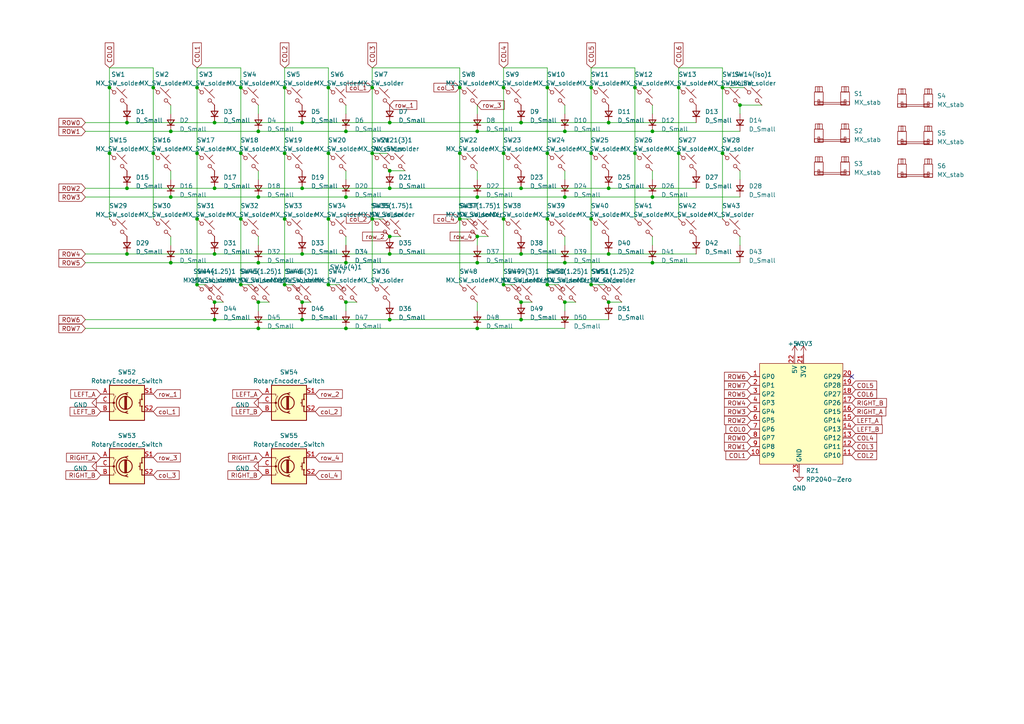
<source format=kicad_sch>
(kicad_sch (version 20230121) (generator eeschema)
  (paper "A4")
  (junction (at 49.53 38.1))
  (junction (at 184.15 44.45))
  (junction (at 62.23 92.71))
  (junction (at 82.55 25.4))
  (junction (at 44.45 44.45))
  (junction (at 74.93 57.15))
  (junction (at 138.43 76.2))
  (junction (at 107.95 25.4))
  (junction (at 87.63 54.61))
  (junction (at 95.25 63.5))
  (junction (at 113.03 68.58))
  (junction (at 163.83 87.63))
  (junction (at 62.23 73.66))
  (junction (at 163.83 57.15))
  (junction (at 100.33 76.2))
  (junction (at 146.05 82.55))
  (junction (at 151.13 87.63))
  (junction (at 87.63 87.63))
  (junction (at 100.33 87.63))
  (junction (at 69.85 63.5))
  (junction (at 44.45 25.4))
  (junction (at 176.53 54.61))
  (junction (at 74.93 76.2))
  (junction (at 57.15 82.55))
  (junction (at 158.75 25.4))
  (junction (at 113.03 35.56))
  (junction (at 82.55 44.45))
  (junction (at 189.23 57.15))
  (junction (at 151.13 73.66))
  (junction (at 189.23 76.2))
  (junction (at 209.55 25.4))
  (junction (at 31.75 44.45))
  (junction (at 171.45 82.55))
  (junction (at 138.43 57.15))
  (junction (at 69.85 44.45))
  (junction (at 163.83 38.1))
  (junction (at 57.15 25.4))
  (junction (at 74.93 87.63))
  (junction (at 176.53 35.56))
  (junction (at 107.95 63.5))
  (junction (at 95.25 44.45))
  (junction (at 57.15 63.5))
  (junction (at 100.33 95.25))
  (junction (at 138.43 95.25))
  (junction (at 100.33 38.1))
  (junction (at 146.05 63.5))
  (junction (at 31.75 25.4))
  (junction (at 69.85 25.4))
  (junction (at 158.75 82.55))
  (junction (at 113.03 54.61))
  (junction (at 62.23 54.61))
  (junction (at 49.53 57.15))
  (junction (at 176.53 73.66))
  (junction (at 151.13 35.56))
  (junction (at 133.35 63.5))
  (junction (at 62.23 35.56))
  (junction (at 151.13 54.61))
  (junction (at 133.35 44.45))
  (junction (at 62.23 87.63))
  (junction (at 95.25 25.4))
  (junction (at 171.45 25.4))
  (junction (at 146.05 25.4))
  (junction (at 196.85 44.45))
  (junction (at 87.63 73.66))
  (junction (at 36.83 73.66))
  (junction (at 74.93 38.1))
  (junction (at 158.75 44.45))
  (junction (at 209.55 44.45))
  (junction (at 196.85 25.4))
  (junction (at 133.35 25.4))
  (junction (at 171.45 63.5))
  (junction (at 57.15 44.45))
  (junction (at 189.23 38.1))
  (junction (at 184.15 25.4))
  (junction (at 82.55 63.5))
  (junction (at 87.63 35.56))
  (junction (at 87.63 92.71))
  (junction (at 158.75 63.5))
  (junction (at 146.05 44.45))
  (junction (at 138.43 38.1))
  (junction (at 151.13 92.71))
  (junction (at 100.33 57.15))
  (junction (at 107.95 44.45))
  (junction (at 69.85 82.55))
  (junction (at 113.03 73.66))
  (junction (at 176.53 87.63))
  (junction (at 113.03 49.53))
  (junction (at 36.83 35.56))
  (junction (at 113.03 92.71))
  (junction (at 138.43 68.58))
  (junction (at 74.93 95.25))
  (junction (at 214.63 30.48))
  (junction (at 171.45 44.45))
  (junction (at 36.83 54.61))
  (junction (at 95.25 82.55))
  (junction (at 163.83 76.2))
  (junction (at 49.53 76.2))
  (junction (at 82.55 82.55))
  (no_connect (at 247.015 109.22))
  (wire (pts (xy 171.45 19.685) (xy 171.45 25.4)))
  (wire (pts (xy 74.93 49.53) (xy 74.93 52.07)))
  (wire (pts (xy 214.63 30.48) (xy 214.63 33.02)))
  (wire (pts (xy 209.55 44.45) (xy 209.55 63.5)))
  (wire (pts (xy 138.43 87.63) (xy 138.43 90.17)))
  (wire (pts (xy 62.23 35.56) (xy 87.63 35.56)))
  (wire (pts (xy 163.83 87.63) (xy 163.83 90.17)))
  (wire (pts (xy 163.83 49.53) (xy 163.83 52.07)))
  (wire (pts (xy 57.15 44.45) (xy 57.15 63.5)))
  (wire (pts (xy 151.13 92.71) (xy 176.53 92.71)))
  (wire (pts (xy 57.15 19.685) (xy 69.85 19.685)))
  (wire (pts (xy 57.15 25.4) (xy 57.15 44.45)))
  (wire (pts (xy 209.55 25.4) (xy 209.55 44.45)))
  (wire (pts (xy 49.53 57.15) (xy 74.93 57.15)))
  (wire (pts (xy 87.63 54.61) (xy 113.03 54.61)))
  (wire (pts (xy 74.93 68.58) (xy 74.93 71.12)))
  (wire (pts (xy 74.93 38.1) (xy 100.33 38.1)))
  (wire (pts (xy 189.23 76.2) (xy 214.63 76.2)))
  (wire (pts (xy 95.25 19.685) (xy 95.25 25.4)))
  (wire (pts (xy 113.03 49.53) (xy 117.475 49.53)))
  (wire (pts (xy 138.43 30.48) (xy 138.43 33.02)))
  (wire (pts (xy 158.75 44.45) (xy 158.75 63.5)))
  (wire (pts (xy 138.43 49.53) (xy 138.43 52.07)))
  (wire (pts (xy 138.43 76.2) (xy 163.83 76.2)))
  (wire (pts (xy 107.95 19.685) (xy 133.35 19.685)))
  (wire (pts (xy 57.15 63.5) (xy 57.15 82.55)))
  (wire (pts (xy 24.765 54.61) (xy 36.83 54.61)))
  (wire (pts (xy 31.75 44.45) (xy 31.75 63.5)))
  (wire (pts (xy 151.13 73.66) (xy 176.53 73.66)))
  (wire (pts (xy 69.85 63.5) (xy 69.85 82.55)))
  (wire (pts (xy 171.45 63.5) (xy 171.45 82.55)))
  (wire (pts (xy 138.43 68.58) (xy 141.605 68.58)))
  (wire (pts (xy 138.43 95.25) (xy 163.83 95.25)))
  (wire (pts (xy 133.35 63.5) (xy 133.35 82.55)))
  (wire (pts (xy 31.75 19.685) (xy 31.75 25.4)))
  (wire (pts (xy 57.15 82.55) (xy 59.69 82.55)))
  (wire (pts (xy 69.85 19.685) (xy 69.85 25.4)))
  (wire (pts (xy 184.15 25.4) (xy 184.15 44.45)))
  (wire (pts (xy 138.43 57.15) (xy 163.83 57.15)))
  (wire (pts (xy 113.03 35.56) (xy 151.13 35.56)))
  (wire (pts (xy 69.85 44.45) (xy 69.85 63.5)))
  (wire (pts (xy 74.93 57.15) (xy 100.33 57.15)))
  (wire (pts (xy 107.95 44.45) (xy 107.95 63.5)))
  (wire (pts (xy 176.53 87.63) (xy 180.34 87.63)))
  (wire (pts (xy 133.35 25.4) (xy 133.35 44.45)))
  (wire (pts (xy 36.83 54.61) (xy 62.23 54.61)))
  (wire (pts (xy 158.75 82.55) (xy 161.925 82.55)))
  (wire (pts (xy 31.75 19.685) (xy 44.45 19.685)))
  (wire (pts (xy 163.83 68.58) (xy 163.83 71.12)))
  (wire (pts (xy 163.83 76.2) (xy 189.23 76.2)))
  (wire (pts (xy 209.55 25.4) (xy 215.9 25.4)))
  (wire (pts (xy 24.765 38.1) (xy 49.53 38.1)))
  (wire (pts (xy 107.95 19.685) (xy 107.95 25.4)))
  (wire (pts (xy 100.33 87.63) (xy 103.505 87.63)))
  (wire (pts (xy 82.55 19.685) (xy 95.25 19.685)))
  (wire (pts (xy 95.25 63.5) (xy 95.25 82.55)))
  (wire (pts (xy 49.53 38.1) (xy 74.93 38.1)))
  (wire (pts (xy 163.83 87.63) (xy 167.005 87.63)))
  (wire (pts (xy 176.53 54.61) (xy 201.93 54.61)))
  (wire (pts (xy 151.13 35.56) (xy 176.53 35.56)))
  (wire (pts (xy 189.23 49.53) (xy 189.23 52.07)))
  (wire (pts (xy 158.75 63.5) (xy 158.75 82.55)))
  (wire (pts (xy 100.33 87.63) (xy 100.33 90.17)))
  (wire (pts (xy 171.45 82.55) (xy 175.26 82.55)))
  (wire (pts (xy 146.05 19.685) (xy 146.05 25.4)))
  (wire (pts (xy 95.25 82.55) (xy 98.425 82.55)))
  (wire (pts (xy 82.55 82.55) (xy 85.09 82.55)))
  (wire (pts (xy 176.53 35.56) (xy 201.93 35.56)))
  (wire (pts (xy 214.63 68.58) (xy 214.63 71.12)))
  (wire (pts (xy 171.45 44.45) (xy 171.45 63.5)))
  (wire (pts (xy 44.45 25.4) (xy 44.45 44.45)))
  (wire (pts (xy 158.75 19.685) (xy 158.75 25.4)))
  (wire (pts (xy 62.23 87.63) (xy 64.77 87.63)))
  (wire (pts (xy 62.23 73.66) (xy 87.63 73.66)))
  (wire (pts (xy 24.765 95.25) (xy 74.93 95.25)))
  (wire (pts (xy 74.93 87.63) (xy 78.105 87.63)))
  (wire (pts (xy 31.75 25.4) (xy 31.75 44.45)))
  (wire (pts (xy 189.23 38.1) (xy 214.63 38.1)))
  (wire (pts (xy 87.63 92.71) (xy 113.03 92.71)))
  (wire (pts (xy 163.83 38.1) (xy 189.23 38.1)))
  (wire (pts (xy 107.95 63.5) (xy 111.125 63.5)))
  (wire (pts (xy 49.53 49.53) (xy 49.53 52.07)))
  (wire (pts (xy 100.33 68.58) (xy 100.33 71.12)))
  (wire (pts (xy 24.765 57.15) (xy 49.53 57.15)))
  (wire (pts (xy 171.45 25.4) (xy 171.45 44.45)))
  (wire (pts (xy 62.23 92.71) (xy 87.63 92.71)))
  (wire (pts (xy 158.75 25.4) (xy 158.75 44.45)))
  (wire (pts (xy 113.03 54.61) (xy 151.13 54.61)))
  (wire (pts (xy 146.05 63.5) (xy 146.05 82.55)))
  (wire (pts (xy 95.25 25.4) (xy 95.25 44.45)))
  (wire (pts (xy 95.25 44.45) (xy 95.25 63.5)))
  (wire (pts (xy 69.85 82.55) (xy 73.025 82.55)))
  (wire (pts (xy 151.13 54.61) (xy 176.53 54.61)))
  (wire (pts (xy 133.35 63.5) (xy 136.525 63.5)))
  (wire (pts (xy 138.43 68.58) (xy 138.43 71.12)))
  (wire (pts (xy 138.43 38.1) (xy 163.83 38.1)))
  (wire (pts (xy 189.23 30.48) (xy 189.23 33.02)))
  (wire (pts (xy 49.53 68.58) (xy 49.53 71.12)))
  (wire (pts (xy 62.23 54.61) (xy 87.63 54.61)))
  (wire (pts (xy 196.85 25.4) (xy 196.85 44.45)))
  (wire (pts (xy 196.85 44.45) (xy 196.85 63.5)))
  (wire (pts (xy 163.83 57.15) (xy 189.23 57.15)))
  (wire (pts (xy 113.03 68.58) (xy 116.205 68.58)))
  (wire (pts (xy 24.765 76.2) (xy 49.53 76.2)))
  (wire (pts (xy 36.83 35.56) (xy 62.23 35.56)))
  (wire (pts (xy 184.15 44.45) (xy 184.15 63.5)))
  (wire (pts (xy 176.53 73.66) (xy 201.93 73.66)))
  (wire (pts (xy 24.765 35.56) (xy 36.83 35.56)))
  (wire (pts (xy 57.15 19.685) (xy 57.15 25.4)))
  (wire (pts (xy 100.33 76.2) (xy 138.43 76.2)))
  (wire (pts (xy 82.55 44.45) (xy 82.55 63.5)))
  (wire (pts (xy 146.05 44.45) (xy 146.05 63.5)))
  (wire (pts (xy 36.83 73.66) (xy 62.23 73.66)))
  (wire (pts (xy 184.15 19.685) (xy 184.15 25.4)))
  (wire (pts (xy 107.95 44.45) (xy 112.395 44.45)))
  (wire (pts (xy 113.03 92.71) (xy 151.13 92.71)))
  (wire (pts (xy 74.93 76.2) (xy 100.33 76.2)))
  (wire (pts (xy 74.93 87.63) (xy 74.93 90.17)))
  (wire (pts (xy 107.95 63.5) (xy 107.95 82.55)))
  (wire (pts (xy 87.63 73.66) (xy 113.03 73.66)))
  (wire (pts (xy 133.35 44.45) (xy 133.35 63.5)))
  (wire (pts (xy 100.33 57.15) (xy 138.43 57.15)))
  (wire (pts (xy 107.95 25.4) (xy 107.95 44.45)))
  (wire (pts (xy 189.23 68.58) (xy 189.23 71.12)))
  (wire (pts (xy 82.55 63.5) (xy 82.55 82.55)))
  (wire (pts (xy 49.53 76.2) (xy 74.93 76.2)))
  (wire (pts (xy 146.05 82.55) (xy 149.225 82.55)))
  (wire (pts (xy 82.55 19.685) (xy 82.55 25.4)))
  (wire (pts (xy 196.85 19.685) (xy 209.55 19.685)))
  (wire (pts (xy 74.93 95.25) (xy 100.33 95.25)))
  (wire (pts (xy 196.85 19.685) (xy 196.85 25.4)))
  (wire (pts (xy 189.23 57.15) (xy 214.63 57.15)))
  (wire (pts (xy 87.63 87.63) (xy 90.17 87.63)))
  (wire (pts (xy 49.53 30.48) (xy 49.53 33.02)))
  (wire (pts (xy 163.83 30.48) (xy 163.83 33.02)))
  (wire (pts (xy 44.45 19.685) (xy 44.45 25.4)))
  (wire (pts (xy 151.13 87.63) (xy 154.305 87.63)))
  (wire (pts (xy 44.45 44.45) (xy 44.45 63.5)))
  (wire (pts (xy 100.33 95.25) (xy 138.43 95.25)))
  (wire (pts (xy 113.03 73.66) (xy 151.13 73.66)))
  (wire (pts (xy 214.63 49.53) (xy 214.63 52.07)))
  (wire (pts (xy 209.55 19.685) (xy 209.55 25.4)))
  (wire (pts (xy 24.765 92.71) (xy 62.23 92.71)))
  (wire (pts (xy 82.55 25.4) (xy 82.55 44.45)))
  (wire (pts (xy 69.85 25.4) (xy 69.85 44.45)))
  (wire (pts (xy 100.33 30.48) (xy 100.33 33.02)))
  (wire (pts (xy 214.63 30.48) (xy 220.98 30.48)))
  (wire (pts (xy 146.05 19.685) (xy 158.75 19.685)))
  (wire (pts (xy 100.33 49.53) (xy 100.33 52.07)))
  (wire (pts (xy 171.45 19.685) (xy 184.15 19.685)))
  (wire (pts (xy 100.33 38.1) (xy 138.43 38.1)))
  (wire (pts (xy 74.93 30.48) (xy 74.93 33.02)))
  (wire (pts (xy 146.05 25.4) (xy 146.05 44.45)))
  (wire (pts (xy 87.63 35.56) (xy 113.03 35.56)))
  (wire (pts (xy 24.765 73.66) (xy 36.83 73.66)))
  (wire (pts (xy 133.35 19.685) (xy 133.35 25.4)))
  (global_label "row_3" (shape input) (at 138.43 30.48 0) (property "Intersheetrefs" "${INTERSHEET_REFS}" (effects hide)))
  (global_label "ROW5" (shape input) (at 217.805 114.3 180) (property "Intersheetrefs" "${INTERSHEET_REFS}" (effects hide)))
  (global_label "COL6" (shape input) (at 196.85 19.685 90) (property "Intersheetrefs" "${INTERSHEET_REFS}" (effects hide)))
  (global_label "LEFT_A" (shape input) (at 247.015 121.92 0) (property "Intersheetrefs" "${INTERSHEET_REFS}" (effects hide)))
  (global_label "LEFT_B" (shape input) (at 29.21 119.38 180) (property "Intersheetrefs" "${INTERSHEET_REFS}" (effects hide)))
  (global_label "row_2" (shape input) (at 113.03 68.58 180) (property "Intersheetrefs" "${INTERSHEET_REFS}" (effects hide)))
  (global_label "ROW4" (shape input) (at 217.805 116.84 180) (property "Intersheetrefs" "${INTERSHEET_REFS}" (effects hide)))
  (global_label "COL0" (shape input) (at 31.75 19.685 90) (property "Intersheetrefs" "${INTERSHEET_REFS}" (effects hide)))
  (global_label "row_3" (shape input) (at 44.45 132.715 0) (property "Intersheetrefs" "${INTERSHEET_REFS}" (effects hide)))
  (global_label "col_4" (shape input) (at 91.44 137.795 0) (property "Intersheetrefs" "${INTERSHEET_REFS}" (effects hide)))
  (global_label "COL4" (shape input) (at 146.05 19.685 90) (property "Intersheetrefs" "${INTERSHEET_REFS}" (effects hide)))
  (global_label "COL0" (shape input) (at 217.805 124.46 180) (property "Intersheetrefs" "${INTERSHEET_REFS}" (effects hide)))
  (global_label "col_3" (shape input) (at 44.45 137.795 0) (property "Intersheetrefs" "${INTERSHEET_REFS}" (effects hide)))
  (global_label "col_2" (shape input) (at 107.95 63.5 180) (property "Intersheetrefs" "${INTERSHEET_REFS}" (effects hide)))
  (global_label "row_4" (shape input) (at 91.44 132.715 0) (property "Intersheetrefs" "${INTERSHEET_REFS}" (effects hide)))
  (global_label "ROW2" (shape input) (at 24.765 54.61 180) (property "Intersheetrefs" "${INTERSHEET_REFS}" (effects hide)))
  (global_label "ROW1" (shape input) (at 24.765 38.1 180) (property "Intersheetrefs" "${INTERSHEET_REFS}" (effects hide)))
  (global_label "ROW3" (shape input) (at 217.805 119.38 180) (property "Intersheetrefs" "${INTERSHEET_REFS}" (effects hide)))
  (global_label "ROW6" (shape input) (at 24.765 92.71 180) (property "Intersheetrefs" "${INTERSHEET_REFS}" (effects hide)))
  (global_label "ROW2" (shape input) (at 217.805 121.92 180) (property "Intersheetrefs" "${INTERSHEET_REFS}" (effects hide)))
  (global_label "col_3" (shape input) (at 133.35 25.4 180) (property "Intersheetrefs" "${INTERSHEET_REFS}" (effects hide)))
  (global_label "RIGHT_A" (shape input) (at 247.015 119.38 0) (property "Intersheetrefs" "${INTERSHEET_REFS}" (effects hide)))
  (global_label "RIGHT_A" (shape input) (at 29.21 132.715 180) (property "Intersheetrefs" "${INTERSHEET_REFS}" (effects hide)))
  (global_label "COL1" (shape input) (at 217.805 132.08 180) (property "Intersheetrefs" "${INTERSHEET_REFS}" (effects hide)))
  (global_label "LEFT_A" (shape input) (at 29.21 114.3 180) (property "Intersheetrefs" "${INTERSHEET_REFS}" (effects hide)))
  (global_label "LEFT_B" (shape input) (at 247.015 124.46 0) (property "Intersheetrefs" "${INTERSHEET_REFS}" (effects hide)))
  (global_label "col_4" (shape input) (at 133.35 63.5 180) (property "Intersheetrefs" "${INTERSHEET_REFS}" (effects hide)))
  (global_label "COL5" (shape input) (at 171.45 19.685 90) (property "Intersheetrefs" "${INTERSHEET_REFS}" (effects hide)))
  (global_label "row_1" (shape input) (at 113.03 30.48 0) (property "Intersheetrefs" "${INTERSHEET_REFS}" (effects hide)))
  (global_label "ROW0" (shape input) (at 24.765 35.56 180) (property "Intersheetrefs" "${INTERSHEET_REFS}" (effects hide)))
  (global_label "COL3" (shape input) (at 247.015 129.54 0) (property "Intersheetrefs" "${INTERSHEET_REFS}" (effects hide)))
  (global_label "col_1" (shape input) (at 107.95 25.4 180) (property "Intersheetrefs" "${INTERSHEET_REFS}" (effects hide)))
  (global_label "ROW0" (shape input) (at 217.805 127 180) (property "Intersheetrefs" "${INTERSHEET_REFS}" (effects hide)))
  (global_label "row_1" (shape input) (at 44.45 114.3 0) (property "Intersheetrefs" "${INTERSHEET_REFS}" (effects hide)))
  (global_label "ROW5" (shape input) (at 24.765 76.2 180) (property "Intersheetrefs" "${INTERSHEET_REFS}" (effects hide)))
  (global_label "COL2" (shape input) (at 247.015 132.08 0) (property "Intersheetrefs" "${INTERSHEET_REFS}" (effects hide)))
  (global_label "COL4" (shape input) (at 247.015 127 0) (property "Intersheetrefs" "${INTERSHEET_REFS}" (effects hide)))
  (global_label "ROW7" (shape input) (at 24.765 95.25 180) (property "Intersheetrefs" "${INTERSHEET_REFS}" (effects hide)))
  (global_label "COL6" (shape input) (at 247.015 114.3 0) (property "Intersheetrefs" "${INTERSHEET_REFS}" (effects hide)))
  (global_label "COL3" (shape input) (at 107.95 19.685 90) (property "Intersheetrefs" "${INTERSHEET_REFS}" (effects hide)))
  (global_label "COL1" (shape input) (at 57.15 19.685 90) (property "Intersheetrefs" "${INTERSHEET_REFS}" (effects hide)))
  (global_label "RIGHT_B" (shape input) (at 247.015 116.84 0) (property "Intersheetrefs" "${INTERSHEET_REFS}" (effects hide)))
  (global_label "COL2" (shape input) (at 82.55 19.685 90) (property "Intersheetrefs" "${INTERSHEET_REFS}" (effects hide)))
  (global_label "ROW7" (shape input) (at 217.805 111.76 180) (property "Intersheetrefs" "${INTERSHEET_REFS}" (effects hide)))
  (global_label "row_4" (shape input) (at 138.43 68.58 180) (property "Intersheetrefs" "${INTERSHEET_REFS}" (effects hide)))
  (global_label "LEFT_A" (shape input) (at 76.2 114.3 180) (property "Intersheetrefs" "${INTERSHEET_REFS}" (effects hide)))
  (global_label "col_1" (shape input) (at 44.45 119.38 0) (property "Intersheetrefs" "${INTERSHEET_REFS}" (effects hide)))
  (global_label "RIGHT_B" (shape input) (at 29.21 137.795 180) (property "Intersheetrefs" "${INTERSHEET_REFS}" (effects hide)))
  (global_label "ROW1" (shape input) (at 217.805 129.54 180) (property "Intersheetrefs" "${INTERSHEET_REFS}" (effects hide)))
  (global_label "row_2" (shape input) (at 91.44 114.3 0) (property "Intersheetrefs" "${INTERSHEET_REFS}" (effects hide)))
  (global_label "RIGHT_B" (shape input) (at 76.2 137.795 180) (property "Intersheetrefs" "${INTERSHEET_REFS}" (effects hide)))
  (global_label "RIGHT_A" (shape input) (at 76.2 132.715 180) (property "Intersheetrefs" "${INTERSHEET_REFS}" (effects hide)))
  (global_label "col_2" (shape input) (at 91.44 119.38 0) (property "Intersheetrefs" "${INTERSHEET_REFS}" (effects hide)))
  (global_label "ROW4" (shape input) (at 24.765 73.66 180) (property "Intersheetrefs" "${INTERSHEET_REFS}" (effects hide)))
  (global_label "COL5" (shape input) (at 247.015 111.76 0) (property "Intersheetrefs" "${INTERSHEET_REFS}" (effects hide)))
  (global_label "ROW3" (shape input) (at 24.765 57.15 180) (property "Intersheetrefs" "${INTERSHEET_REFS}" (effects hide)))
  (global_label "ROW6" (shape input) (at 217.805 109.22 180) (property "Intersheetrefs" "${INTERSHEET_REFS}" (effects hide)))
  (global_label "LEFT_B" (shape input) (at 76.2 119.38 180) (property "Intersheetrefs" "${INTERSHEET_REFS}" (effects hide)))
  (symbol (lib_id "marbastlib-mx:MX_SW_solder") (at 110.49 85.09 0) (unit 1)
    (property "Reference" "SW36" (at 110.49 78.74 0))
    (property "Value" "MX_SW_solder" (at 110.49 81.28 0))
    (property "Footprint" "marbastlib-mx:SW_MX_1.5u" (effects hide))
  )
  (symbol (lib_id "Device:D_Small") (at 138.43 73.66 90) (unit 1)
    (property "Reference" "D37" (at 140.97 73.025 90) (effects (justify right)))
    (property "Value" "D_Small" (at 140.97 75.565 90) (effects (justify right)))
    (property "Footprint" "Keebio-Parts:Diode-Hybrid-Back" (effects hide))
    (property "Sim.Device" "D" (effects hide))
    (property "Sim.Pins" "1=K 2=A" (effects hide))
  )
  (symbol (lib_id "Device:D_Small") (at 36.83 52.07 90) (unit 1)
    (property "Reference" "D15" (at 39.37 51.435 90) (effects (justify right)))
    (property "Value" "D_Small" (at 39.37 53.975 90) (effects (justify right)))
    (property "Footprint" "Keebio-Parts:Diode-Hybrid-Back" (effects hide))
    (property "Sim.Device" "D" (effects hide))
    (property "Sim.Pins" "1=K 2=A" (effects hide))
  )
  (symbol (lib_id "Device:D_Small") (at 100.33 73.66 90) (unit 1)
    (property "Reference" "D34" (at 102.87 73.025 90) (effects (justify right)))
    (property "Value" "D_Small" (at 102.87 75.565 90) (effects (justify right)))
    (property "Footprint" "Keebio-Parts:Diode-Hybrid-Back" (effects hide))
    (property "Sim.Device" "D" (effects hide))
    (property "Sim.Pins" "1=K 2=A" (effects hide))
  )
  (symbol (lib_id "marbastlib-mx:MX_SW_solder") (at 72.39 85.09 0) (unit 1)
    (property "Reference" "SW45" (at 72.39 78.74 0))
    (property "Value" "MX_SW_solder" (at 72.39 81.28 0))
    (property "Footprint" "marbastlib-mx:SW_MX_1.5u" (effects hide))
  )
  (symbol (lib_id "Device:RotaryEncoder_Switch") (at 36.83 116.84 0) (unit 1)
    (property "Reference" "SW52" (at 36.83 107.95 0))
    (property "Value" "RotaryEncoder_Switch" (at 36.83 110.49 0))
    (property "Footprint" "marbastlib-various:ROT_Alps_EC11E-Switch" (effects hide))
  )
  (symbol (lib_id "marbastlib-mx:MX_SW_solder") (at 85.09 85.09 0) (unit 1)
    (property "Reference" "SW46" (at 85.09 78.74 0))
    (property "Value" "MX_SW_solder" (at 85.09 81.28 0))
    (property "Footprint" "marbastlib-mx:SW_MX_1.5u" (effects hide))
  )
  (symbol (lib_id "marbastlib-mx:MX_SW_solder") (at 212.09 66.04 0) (unit 1)
    (property "Reference" "SW43" (at 212.09 59.69 0))
    (property "Value" "MX_SW_solder" (at 212.09 62.23 0))
    (property "Footprint" "marbastlib-mx:SW_MX_1.5u" (effects hide))
  )
  (symbol (lib_id "marbastlib-mx:MX_SW_solder") (at 161.29 66.04 0) (unit 1)
    (property "Reference" "SW39" (at 161.29 59.69 0))
    (property "Value" "MX_SW_solder" (at 161.29 62.23 0))
    (property "Footprint" "marbastlib-mx:SW_MX_1u" (effects hide))
  )
  (symbol (lib_id "marbastlib-mx:MX_SW_solder") (at 85.09 46.99 0) (unit 1)
    (property "Reference" "SW19" (at 85.09 40.64 0))
    (property "Value" "MX_SW_solder" (at 85.09 43.18 0))
    (property "Footprint" "marbastlib-mx:SW_MX_1u" (effects hide))
  )
  (symbol (lib_id "Switch:SW_Push_45deg") (at 100.965 85.09 0) (unit 1)
    (property "Reference" "SW44(4)1" (at 100.33 77.47 0))
    (property "Value" "SW_Push_45deg" (effects hide))
    (property "Footprint" "CherryMX:CherryMX_4.00u" (effects hide))
  )
  (symbol (lib_id "marbastlib-mx:MX_SW_solder") (at 135.89 85.09 0) (unit 1)
    (property "Reference" "SW48" (at 135.89 78.74 0))
    (property "Value" "MX_SW_solder" (at 135.89 81.28 0))
    (property "Footprint" "marbastlib-mx:SW_MX_1u" (effects hide))
  )
  (symbol (lib_id "Device:D_Small") (at 189.23 73.66 90) (unit 1)
    (property "Reference" "D41" (at 191.77 73.025 90) (effects (justify right)))
    (property "Value" "D_Small" (at 191.77 75.565 90) (effects (justify right)))
    (property "Footprint" "Keebio-Parts:Diode-Hybrid-Back" (effects hide))
    (property "Sim.Device" "D" (effects hide))
    (property "Sim.Pins" "1=K 2=A" (effects hide))
  )
  (symbol (lib_id "Device:D_Small") (at 201.93 33.02 90) (unit 1)
    (property "Reference" "D13" (at 204.47 32.385 90) (effects (justify right)))
    (property "Value" "D_Small" (at 204.47 34.925 90) (effects (justify right)))
    (property "Footprint" "Keebio-Parts:Diode-Hybrid-Back" (effects hide))
    (property "Sim.Device" "D" (effects hide))
    (property "Sim.Pins" "1=K 2=A" (effects hide))
  )
  (symbol (lib_id "Device:RotaryEncoder_Switch") (at 36.83 135.255 0) (unit 1)
    (property "Reference" "SW53" (at 36.83 126.365 0))
    (property "Value" "RotaryEncoder_Switch" (at 36.83 128.905 0))
    (property "Footprint" "marbastlib-various:ROT_Alps_EC11E-Switch" (effects hide))
  )
  (symbol (lib_id "marbastlib-mx:MX_SW_solder") (at 173.99 46.99 0) (unit 1)
    (property "Reference" "SW25" (at 173.99 40.64 0))
    (property "Value" "MX_SW_solder" (at 173.99 43.18 0))
    (property "Footprint" "marbastlib-mx:SW_MX_1u" (effects hide))
  )
  (symbol (lib_id "marbastlib-mx:MX_SW_solder") (at 199.39 66.04 0) (unit 1)
    (property "Reference" "SW42" (at 199.39 59.69 0))
    (property "Value" "MX_SW_solder" (at 199.39 62.23 0))
    (property "Footprint" "marbastlib-mx:SW_MX_1u" (effects hide))
  )
  (symbol (lib_id "marbastlib-mx:MX_SW_solder") (at 139.065 66.04 0) (unit 1)
    (property "Reference" "SW37(1.75)1" (at 139.065 59.69 0))
    (property "Value" "MX_SW_solder" (at 139.065 62.23 0))
    (property "Footprint" "marbastlib-mx:SW_MX_1.75u" (effects hide))
  )
  (symbol (lib_id "power:+3V3") (at 233.045 102.87 0) (unit 1)
    (property "Reference" "#PWR05" (effects hide))
    (property "Value" "+3V3" (at 233.045 99.695 0))
  )
  (symbol (lib_id "Device:D_Small") (at 113.03 90.17 90) (unit 1)
    (property "Reference" "D36" (at 115.57 89.535 90) (effects (justify right)))
    (property "Value" "D_Small" (at 115.57 92.075 90) (effects (justify right)))
    (property "Footprint" "Keebio-Parts:Diode-Hybrid-Back" (effects hide))
    (property "Sim.Device" "D" (effects hide))
    (property "Sim.Pins" "1=K 2=A" (effects hide))
  )
  (symbol (lib_id "marbastlib-mx:MX_SW_solder") (at 59.69 85.09 0) (unit 1)
    (property "Reference" "SW44" (at 59.69 78.74 0))
    (property "Value" "MX_SW_solder" (at 59.69 81.28 0))
    (property "Footprint" "marbastlib-mx:SW_MX_1u" (effects hide))
  )
  (symbol (lib_id "Device:D_Small") (at 151.13 90.17 90) (unit 1)
    (property "Reference" "D49" (at 153.67 89.535 90) (effects (justify right)))
    (property "Value" "D_Small" (at 153.67 92.075 90) (effects (justify right)))
    (property "Footprint" "Keebio-Parts:Diode-Hybrid-Back" (effects hide))
    (property "Sim.Device" "D" (effects hide))
    (property "Sim.Pins" "1=K 2=A" (effects hide))
  )
  (symbol (lib_id "Device:D_Small") (at 62.23 90.17 90) (unit 1)
    (property "Reference" "D44" (at 64.77 89.535 90) (effects (justify right)))
    (property "Value" "D_Small" (at 64.77 92.075 90) (effects (justify right)))
    (property "Footprint" "Keebio-Parts:Diode-Hybrid-Back" (effects hide))
    (property "Sim.Device" "D" (effects hide))
    (property "Sim.Pins" "1=K 2=A" (effects hide))
  )
  (symbol (lib_id "Device:D_Small") (at 74.93 92.71 90) (unit 1)
    (property "Reference" "D45" (at 77.47 92.075 90) (effects (justify right)))
    (property "Value" "D_Small" (at 77.47 94.615 90) (effects (justify right)))
    (property "Footprint" "Keebio-Parts:Diode-Hybrid-Back" (effects hide))
    (property "Sim.Device" "D" (effects hide))
    (property "Sim.Pins" "1=K 2=A" (effects hide))
  )
  (symbol (lib_id "marbastlib-mx:MX_SW_solder") (at 148.59 66.04 0) (unit 1)
    (property "Reference" "SW38" (at 148.59 59.69 0))
    (property "Value" "MX_SW_solder" (at 148.59 62.23 0))
    (property "Footprint" "marbastlib-mx:SW_MX_1u" (effects hide))
  )
  (symbol (lib_id "Device:D_Small") (at 49.53 54.61 90) (unit 1)
    (property "Reference" "D16" (at 52.07 53.975 90) (effects (justify right)))
    (property "Value" "D_Small" (at 52.07 56.515 90) (effects (justify right)))
    (property "Footprint" "Keebio-Parts:Diode-Hybrid-Back" (effects hide))
    (property "Sim.Device" "D" (effects hide))
    (property "Sim.Pins" "1=K 2=A" (effects hide))
  )
  (symbol (lib_id "power:GND") (at 76.2 116.84 270) (unit 1)
    (property "Reference" "#PWR06" (effects hide))
    (property "Value" "GND" (at 72.39 117.475 90) (effects (justify right)))
  )
  (symbol (lib_id "Device:D_Small") (at 87.63 71.12 90) (unit 1)
    (property "Reference" "D33" (at 90.17 70.485 90) (effects (justify right)))
    (property "Value" "D_Small" (at 90.17 73.025 90) (effects (justify right)))
    (property "Footprint" "Keebio-Parts:Diode-Hybrid-Back" (effects hide))
    (property "Sim.Device" "D" (effects hide))
    (property "Sim.Pins" "1=K 2=A" (effects hide))
  )
  (symbol (lib_id "marbastlib-mx:MX_SW_solder") (at 97.79 27.94 0) (unit 1)
    (property "Reference" "SW6" (at 97.79 21.59 0))
    (property "Value" "MX_SW_solder" (at 97.79 24.13 0))
    (property "Footprint" "marbastlib-mx:SW_MX_1u" (effects hide))
  )
  (symbol (lib_id "marbastlib-mx:MX_SW_solder") (at 148.59 27.94 0) (unit 1)
    (property "Reference" "SW9" (at 148.59 21.59 0))
    (property "Value" "MX_SW_solder" (at 148.59 24.13 0))
    (property "Footprint" "marbastlib-mx:SW_MX_1u" (effects hide))
  )
  (symbol (lib_id "Device:D_Small") (at 201.93 52.07 90) (unit 1)
    (property "Reference" "D27" (at 204.47 51.435 90) (effects (justify right)))
    (property "Value" "D_Small" (at 204.47 53.975 90) (effects (justify right)))
    (property "Footprint" "Keebio-Parts:Diode-Hybrid-Back" (effects hide))
    (property "Sim.Device" "D" (effects hide))
    (property "Sim.Pins" "1=K 2=A" (effects hide))
  )
  (symbol (lib_id "Device:D_Small") (at 151.13 52.07 90) (unit 1)
    (property "Reference" "D23" (at 153.67 51.435 90) (effects (justify right)))
    (property "Value" "D_Small" (at 153.67 53.975 90) (effects (justify right)))
    (property "Footprint" "Keebio-Parts:Diode-Hybrid-Back" (effects hide))
    (property "Sim.Device" "D" (effects hide))
    (property "Sim.Pins" "1=K 2=A" (effects hide))
  )
  (symbol (lib_id "Device:D_Small") (at 62.23 52.07 90) (unit 1)
    (property "Reference" "D17" (at 64.77 51.435 90) (effects (justify right)))
    (property "Value" "D_Small" (at 64.77 53.975 90) (effects (justify right)))
    (property "Footprint" "Keebio-Parts:Diode-Hybrid-Back" (effects hide))
    (property "Sim.Device" "D" (effects hide))
    (property "Sim.Pins" "1=K 2=A" (effects hide))
  )
  (symbol (lib_id "Device:D_Small") (at 214.63 35.56 90) (unit 1)
    (property "Reference" "D14" (at 217.17 34.925 90) (effects (justify right)))
    (property "Value" "D_Small" (at 217.17 37.465 90) (effects (justify right)))
    (property "Footprint" "Keebio-Parts:Diode-Hybrid-Back" (effects hide))
    (property "Sim.Device" "D" (effects hide))
    (property "Sim.Pins" "1=K 2=A" (effects hide))
  )
  (symbol (lib_id "Device:D_Small") (at 100.33 92.71 90) (unit 1)
    (property "Reference" "D47" (at 102.87 92.075 90) (effects (justify right)))
    (property "Value" "D_Small" (at 102.87 94.615 90) (effects (justify right)))
    (property "Footprint" "Keebio-Parts:Diode-Hybrid-Back" (effects hide))
    (property "Sim.Device" "D" (effects hide))
    (property "Sim.Pins" "1=K 2=A" (effects hide))
  )
  (symbol (lib_id "marbastlib-mx:MX_SW_solder") (at 164.465 85.09 0) (unit 1)
    (property "Reference" "SW50(1.25)1" (at 164.465 78.74 0))
    (property "Value" "MX_SW_solder" (at 164.465 81.28 0))
    (property "Footprint" "marbastlib-mx:SW_MX_1.25u" (effects hide))
  )
  (symbol (lib_id "marbastlib-mx:MX_SW_solder") (at 135.89 27.94 0) (unit 1)
    (property "Reference" "SW8" (at 135.89 21.59 0))
    (property "Value" "MX_SW_solder" (at 135.89 24.13 0))
    (property "Footprint" "marbastlib-mx:SW_MX_1.25u" (effects hide))
  )
  (symbol (lib_id "marbastlib-mx:MX_stab") (at 265.43 28.575 0) (unit 1)
    (property "Reference" "S4" (at 271.78 27.813 0) (effects (justify left)))
    (property "Value" "MX_stab" (at 271.78 30.353 0) (effects (justify left)))
    (property "Footprint" "marbastlib-mx:STAB_MX_3u" (effects hide))
  )
  (symbol (lib_id "Device:D_Small") (at 151.13 71.12 90) (unit 1)
    (property "Reference" "D38" (at 153.67 70.485 90) (effects (justify right)))
    (property "Value" "D_Small" (at 153.67 73.025 90) (effects (justify right)))
    (property "Footprint" "Keebio-Parts:Diode-Hybrid-Back" (effects hide))
    (property "Sim.Device" "D" (effects hide))
    (property "Sim.Pins" "1=K 2=A" (effects hide))
  )
  (symbol (lib_id "Device:D_Small") (at 87.63 33.02 90) (unit 1)
    (property "Reference" "D5" (at 90.17 32.385 90) (effects (justify right)))
    (property "Value" "D_Small" (at 90.17 34.925 90) (effects (justify right)))
    (property "Footprint" "Keebio-Parts:Diode-Hybrid-Back" (effects hide))
    (property "Sim.Device" "D" (effects hide))
    (property "Sim.Pins" "1=K 2=A" (effects hide))
  )
  (symbol (lib_id "marbastlib-mx:MX_SW_solder") (at 85.09 27.94 0) (unit 1)
    (property "Reference" "SW5" (at 85.09 21.59 0))
    (property "Value" "MX_SW_solder" (at 85.09 24.13 0))
    (property "Footprint" "marbastlib-mx:SW_MX_1u" (effects hide))
  )
  (symbol (lib_id "Device:D_Small") (at 214.63 54.61 90) (unit 1)
    (property "Reference" "D28" (at 217.17 53.975 90) (effects (justify right)))
    (property "Value" "D_Small" (at 217.17 56.515 90) (effects (justify right)))
    (property "Footprint" "Keebio-Parts:Diode-Hybrid-Back" (effects hide))
    (property "Sim.Device" "D" (effects hide))
    (property "Sim.Pins" "1=K 2=A" (effects hide))
  )
  (symbol (lib_id "Device:D_Small") (at 74.93 54.61 90) (unit 1)
    (property "Reference" "D18" (at 77.47 53.975 90) (effects (justify right)))
    (property "Value" "D_Small" (at 77.47 56.515 90) (effects (justify right)))
    (property "Footprint" "Keebio-Parts:Diode-Hybrid-Back" (effects hide))
    (property "Sim.Device" "D" (effects hide))
    (property "Sim.Pins" "1=K 2=A" (effects hide))
  )
  (symbol (lib_id "marbastlib-mx:MX_SW_solder") (at 173.99 27.94 0) (unit 1)
    (property "Reference" "SW11" (at 173.99 21.59 0))
    (property "Value" "MX_SW_solder" (at 173.99 24.13 0))
    (property "Footprint" "marbastlib-mx:SW_MX_1u" (effects hide))
  )
  (symbol (lib_id "marbastlib-mx:MX_SW_solder") (at 212.09 27.94 0) (unit 1)
    (property "Reference" "SW14" (at 212.09 21.59 0))
    (property "Value" "MX_SW_solder" (at 212.09 24.13 0))
    (property "Footprint" "marbastlib-mx:SW_MX_1.5u" (effects hide))
  )
  (symbol (lib_id "marbastlib-mx:MX_stab") (at 265.43 48.895 0) (unit 1)
    (property "Reference" "S6" (at 271.78 48.133 0) (effects (justify left)))
    (property "Value" "MX_stab" (at 271.78 50.673 0) (effects (justify left)))
    (property "Footprint" "marbastlib-mx:STAB_MX_ISO_FLIPPED" (effects hide))
  )
  (symbol (lib_id "Device:D_Small") (at 87.63 90.17 90) (unit 1)
    (property "Reference" "D46" (at 90.17 89.535 90) (effects (justify right)))
    (property "Value" "D_Small" (at 90.17 92.075 90) (effects (justify right)))
    (property "Footprint" "Keebio-Parts:Diode-Hybrid-Back" (effects hide))
    (property "Sim.Device" "D" (effects hide))
    (property "Sim.Pins" "1=K 2=A" (effects hide))
  )
  (symbol (lib_id "marbastlib-mx:MX_SW_solder") (at 186.69 66.04 0) (unit 1)
    (property "Reference" "SW41" (at 186.69 59.69 0))
    (property "Value" "MX_SW_solder" (at 186.69 62.23 0))
    (property "Footprint" "marbastlib-mx:SW_MX_1u" (effects hide))
  )
  (symbol (lib_id "marbastlib-mx:MX_SW_solder") (at 72.39 46.99 0) (unit 1)
    (property "Reference" "SW18" (at 72.39 40.64 0))
    (property "Value" "MX_SW_solder" (at 72.39 43.18 0))
    (property "Footprint" "marbastlib-mx:SW_MX_1u" (effects hide))
  )
  (symbol (lib_id "marbastlib-mx:MX_SW_solder") (at 75.565 85.09 0) (unit 1)
    (property "Reference" "SW45(1.25)1" (at 75.565 78.74 0))
    (property "Value" "MX_SW_solder" (at 75.565 81.28 0))
    (property "Footprint" "marbastlib-mx:SW_MX_1.25u" (effects hide))
  )
  (symbol (lib_id "marbastlib-mx:MX_SW_solder") (at 97.79 66.04 0) (unit 1)
    (property "Reference" "SW34" (at 97.79 59.69 0))
    (property "Value" "MX_SW_solder" (at 97.79 62.23 0))
    (property "Footprint" "marbastlib-mx:SW_MX_1u" (effects hide))
  )
  (symbol (lib_id "marbastlib-mx:MX_SW_solder") (at 148.59 85.09 0) (unit 1)
    (property "Reference" "SW49" (at 148.59 78.74 0))
    (property "Value" "MX_SW_solder" (at 148.59 81.28 0))
    (property "Footprint" "marbastlib-mx:SW_MX_1.5u" (effects hide))
  )
  (symbol (lib_id "Device:D_Small") (at 113.03 52.07 90) (unit 1)
    (property "Reference" "D21" (at 115.57 51.435 90) (effects (justify right)))
    (property "Value" "D_Small" (at 115.57 53.975 90) (effects (justify right)))
    (property "Footprint" "Keebio-Parts:Diode-Hybrid-Back" (effects hide))
    (property "Sim.Device" "D" (effects hide))
    (property "Sim.Pins" "1=K 2=A" (effects hide))
  )
  (symbol (lib_id "marbastlib-mx:MX_SW_solder") (at 34.29 66.04 0) (unit 1)
    (property "Reference" "SW29" (at 34.29 59.69 0))
    (property "Value" "MX_SW_solder" (at 34.29 62.23 0))
    (property "Footprint" "marbastlib-mx:SW_MX_1.5u" (effects hide))
  )
  (symbol (lib_id "marbastlib-mx:MX_SW_solder") (at 151.765 85.09 0) (unit 1)
    (property "Reference" "SW49(3)1" (at 151.765 78.74 0))
    (property "Value" "MX_SW_solder" (at 151.765 81.28 0))
    (property "Footprint" "marbastlib-mx:SW_MX_1u" (effects hide))
  )
  (symbol (lib_id "Device:D_Small") (at 189.23 54.61 90) (unit 1)
    (property "Reference" "D26" (at 191.77 53.975 90) (effects (justify right)))
    (property "Value" "D_Small" (at 191.77 56.515 90) (effects (justify right)))
    (property "Footprint" "Keebio-Parts:Diode-Hybrid-Back" (effects hide))
    (property "Sim.Device" "D" (effects hide))
    (property "Sim.Pins" "1=K 2=A" (effects hide))
  )
  (symbol (lib_id "marbastlib-mx:MX_SW_solder") (at 186.69 27.94 0) (unit 1)
    (property "Reference" "SW12" (at 186.69 21.59 0))
    (property "Value" "MX_SW_solder" (at 186.69 24.13 0))
    (property "Footprint" "marbastlib-mx:SW_MX_1u" (effects hide))
  )
  (symbol (lib_id "marbastlib-mx:MX_stab") (at 265.43 39.37 0) (unit 1)
    (property "Reference" "S5" (at 271.78 38.608 0) (effects (justify left)))
    (property "Value" "MX_stab" (at 271.78 41.148 0) (effects (justify left)))
    (property "Footprint" "marbastlib-mx:STAB_MX_3u" (effects hide))
  )
  (symbol (lib_id "power:GND") (at 76.2 135.255 270) (unit 1)
    (property "Reference" "#PWR07" (effects hide))
    (property "Value" "GND" (at 72.39 135.89 90) (effects (justify right)))
  )
  (symbol (lib_id "Device:RotaryEncoder_Switch") (at 83.82 116.84 0) (unit 1)
    (property "Reference" "SW54" (at 83.82 107.95 0))
    (property "Value" "RotaryEncoder_Switch" (at 83.82 110.49 0))
    (property "Footprint" "marbastlib-various:ROT_Alps_EC11E-Switch" (effects hide))
  )
  (symbol (lib_id "Device:D_Small") (at 138.43 92.71 90) (unit 1)
    (property "Reference" "D48" (at 140.97 92.075 90) (effects (justify right)))
    (property "Value" "D_Small" (at 140.97 94.615 90) (effects (justify right)))
    (property "Footprint" "Keebio-Parts:Diode-Hybrid-Back" (effects hide))
    (property "Sim.Device" "D" (effects hide))
    (property "Sim.Pins" "1=K 2=A" (effects hide))
  )
  (symbol (lib_id "Device:D_Small") (at 74.93 73.66 90) (unit 1)
    (property "Reference" "D32" (at 77.47 73.025 90) (effects (justify right)))
    (property "Value" "D_Small" (at 77.47 75.565 90) (effects (justify right)))
    (property "Footprint" "Keebio-Parts:Diode-Hybrid-Back" (effects hide))
    (property "Sim.Device" "D" (effects hide))
    (property "Sim.Pins" "1=K 2=A" (effects hide))
  )
  (symbol (lib_id "marbastlib-mx:MX_SW_solder") (at 113.665 66.04 0) (unit 1)
    (property "Reference" "SW35(1.75)1" (at 113.665 59.69 0))
    (property "Value" "MX_SW_solder" (at 113.665 62.23 0))
    (property "Footprint" "marbastlib-mx:SW_MX_1.75u" (effects hide))
  )
  (symbol (lib_id "Device:D_Small") (at 163.83 92.71 90) (unit 1)
    (property "Reference" "D50" (at 166.37 92.075 90) (effects (justify right)))
    (property "Value" "D_Small" (at 166.37 94.615 90) (effects (justify right)))
    (property "Footprint" "Keebio-Parts:Diode-Hybrid-Back" (effects hide))
    (property "Sim.Device" "D" (effects hide))
    (property "Sim.Pins" "1=K 2=A" (effects hide))
  )
  (symbol (lib_id "marbastlib-mx:MX_SW_solder") (at 46.99 46.99 0) (unit 1)
    (property "Reference" "SW16" (at 46.99 40.64 0))
    (property "Value" "MX_SW_solder" (at 46.99 43.18 0))
    (property "Footprint" "marbastlib-mx:SW_MX_1u" (effects hide))
  )
  (symbol (lib_id "Device:D_Small") (at 176.53 33.02 90) (unit 1)
    (property "Reference" "D11" (at 179.07 32.385 90) (effects (justify right)))
    (property "Value" "D_Small" (at 179.07 34.925 90) (effects (justify right)))
    (property "Footprint" "Keebio-Parts:Diode-Hybrid-Back" (effects hide))
    (property "Sim.Device" "D" (effects hide))
    (property "Sim.Pins" "1=K 2=A" (effects hide))
  )
  (symbol (lib_id "marbastlib-mx:MX_SW_solder") (at 110.49 66.04 0) (unit 1)
    (property "Reference" "SW35" (at 110.49 59.69 0))
    (property "Value" "MX_SW_solder" (at 110.49 62.23 0))
    (property "Footprint" "marbastlib-mx:SW_MX_1u" (effects hide))
  )
  (symbol (lib_id "marbastlib-mx:MX_SW_solder") (at 148.59 46.99 0) (unit 1)
    (property "Reference" "SW23" (at 148.59 40.64 0))
    (property "Value" "MX_SW_solder" (at 148.59 43.18 0))
    (property "Footprint" "marbastlib-mx:SW_MX_1u" (effects hide))
  )
  (symbol (lib_id "marbastlib-mx:MX_SW_solder") (at 173.99 66.04 0) (unit 1)
    (property "Reference" "SW40" (at 173.99 59.69 0))
    (property "Value" "MX_SW_solder" (at 173.99 62.23 0))
    (property "Footprint" "marbastlib-mx:SW_MX_1u" (effects hide))
  )
  (symbol (lib_id "Device:D_Small") (at 189.23 35.56 90) (unit 1)
    (property "Reference" "D12" (at 191.77 34.925 90) (effects (justify right)))
    (property "Value" "D_Small" (at 191.77 37.465 90) (effects (justify right)))
    (property "Footprint" "Keebio-Parts:Diode-Hybrid-Back" (effects hide))
    (property "Sim.Device" "D" (effects hide))
    (property "Sim.Pins" "1=K 2=A" (effects hide))
  )
  (symbol (lib_id "Device:D_Small") (at 36.83 71.12 90) (unit 1)
    (property "Reference" "D29" (at 39.37 70.485 90) (effects (justify right)))
    (property "Value" "D_Small" (at 39.37 73.025 90) (effects (justify right)))
    (property "Footprint" "Keebio-Parts:Diode-Hybrid-Back" (effects hide))
    (property "Sim.Device" "D" (effects hide))
    (property "Sim.Pins" "1=K 2=A" (effects hide))
  )
  (symbol (lib_id "Device:D_Small") (at 49.53 35.56 90) (unit 1)
    (property "Reference" "D2" (at 52.07 34.925 90) (effects (justify right)))
    (property "Value" "D_Small" (at 52.07 37.465 90) (effects (justify right)))
    (property "Footprint" "Keebio-Parts:Diode-Hybrid-Back" (effects hide))
    (property "Sim.Device" "D" (effects hide))
    (property "Sim.Pins" "1=K 2=A" (effects hide))
  )
  (symbol (lib_id "marbastlib-mx:MX_SW_solder") (at 161.29 85.09 0) (unit 1)
    (property "Reference" "SW50" (at 161.29 78.74 0))
    (property "Value" "MX_SW_solder" (at 161.29 81.28 0))
    (property "Footprint" "marbastlib-mx:SW_MX_1.5u" (effects hide))
  )
  (symbol (lib_id "marbastlib-mx:MX_SW_solder") (at 110.49 46.99 0) (unit 1)
    (property "Reference" "SW21" (at 110.49 40.64 0))
    (property "Value" "MX_SW_solder" (at 110.49 43.18 0))
    (property "Footprint" "marbastlib-mx:SW_MX_1.5u" (effects hide))
  )
  (symbol (lib_id "marbastlib-mx:MX_SW_solder") (at 161.29 27.94 0) (unit 1)
    (property "Reference" "SW10" (at 161.29 21.59 0))
    (property "Value" "MX_SW_solder" (at 161.29 24.13 0))
    (property "Footprint" "marbastlib-mx:SW_MX_1u" (effects hide))
  )
  (symbol (lib_id "Device:D_Small") (at 113.03 33.02 90) (unit 1)
    (property "Reference" "D7" (at 115.57 32.385 90) (effects (justify right)))
    (property "Value" "D_Small" (at 115.57 34.925 90) (effects (justify right)))
    (property "Footprint" "Keebio-Parts:Diode-Hybrid-Back" (effects hide))
    (property "Sim.Device" "D" (effects hide))
    (property "Sim.Pins" "1=K 2=A" (effects hide))
  )
  (symbol (lib_id "Device:D_Small") (at 62.23 33.02 90) (unit 1)
    (property "Reference" "D3" (at 64.77 32.385 90) (effects (justify right)))
    (property "Value" "D_Small" (at 64.77 34.925 90) (effects (justify right)))
    (property "Footprint" "Keebio-Parts:Diode-Hybrid-Back" (effects hide))
    (property "Sim.Device" "D" (effects hide))
    (property "Sim.Pins" "1=K 2=A" (effects hide))
  )
  (symbol (lib_id "Device:D_Small") (at 138.43 35.56 90) (unit 1)
    (property "Reference" "D8" (at 140.97 34.925 90) (effects (justify right)))
    (property "Value" "D_Small" (at 140.97 37.465 90) (effects (justify right)))
    (property "Footprint" "Keebio-Parts:Diode-Hybrid-Back" (effects hide))
    (property "Sim.Device" "D" (effects hide))
    (property "Sim.Pins" "1=K 2=A" (effects hide))
  )
  (symbol (lib_id "Device:D_Small") (at 176.53 52.07 90) (unit 1)
    (property "Reference" "D25" (at 179.07 51.435 90) (effects (justify right)))
    (property "Value" "D_Small" (at 179.07 53.975 90) (effects (justify right)))
    (property "Footprint" "Keebio-Parts:Diode-Hybrid-Back" (effects hide))
    (property "Sim.Device" "D" (effects hide))
    (property "Sim.Pins" "1=K 2=A" (effects hide))
  )
  (symbol (lib_id "Device:RotaryEncoder_Switch") (at 83.82 135.255 0) (unit 1)
    (property "Reference" "SW55" (at 83.82 126.365 0))
    (property "Value" "RotaryEncoder_Switch" (at 83.82 128.905 0))
    (property "Footprint" "marbastlib-various:ROT_Alps_EC11E-Switch" (effects hide))
  )
  (symbol (lib_id "marbastlib-mx:MX_SW_solder") (at 114.935 46.99 0) (unit 1)
    (property "Reference" "SW21(3)1" (at 114.935 40.64 0))
    (property "Value" "MX_SW_solder" (at 114.935 43.18 0))
    (property "Footprint" "marbastlib-mx:SW_MX_1u" (effects hide))
  )
  (symbol (lib_id "Device:D_Small") (at 176.53 90.17 90) (unit 1)
    (property "Reference" "D51" (at 179.07 89.535 90) (effects (justify right)))
    (property "Value" "D_Small" (at 179.07 92.075 90) (effects (justify right)))
    (property "Footprint" "Keebio-Parts:Diode-Hybrid-Back" (effects hide))
    (property "Sim.Device" "D" (effects hide))
    (property "Sim.Pins" "1=K 2=A" (effects hide))
  )
  (symbol (lib_id "marbastlib-mx:MX_SW_solder") (at 161.29 46.99 0) (unit 1)
    (property "Reference" "SW24" (at 161.29 40.64 0))
    (property "Value" "MX_SW_solder" (at 161.29 43.18 0))
    (property "Footprint" "marbastlib-mx:SW_MX_1u" (effects hide))
  )
  (symbol (lib_id "marbastlib-mx:MX_SW_solder") (at 34.29 27.94 0) (unit 1)
    (property "Reference" "SW1" (at 34.29 21.59 0))
    (property "Value" "MX_SW_solder" (at 34.29 24.13 0))
    (property "Footprint" "marbastlib-mx:SW_MX_1.5u" (effects hide))
  )
  (symbol (lib_id "Device:D_Small") (at 100.33 54.61 90) (unit 1)
    (property "Reference" "D20" (at 102.87 53.975 90) (effects (justify right)))
    (property "Value" "D_Small" (at 102.87 56.515 90) (effects (justify right)))
    (property "Footprint" "Keebio-Parts:Diode-Hybrid-Back" (effects hide))
    (property "Sim.Device" "D" (effects hide))
    (property "Sim.Pins" "1=K 2=A" (effects hide))
  )
  (symbol (lib_id "marbastlib-mx:MX_stab") (at 241.3 38.735 0) (unit 1)
    (property "Reference" "S2" (at 247.65 37.973 0) (effects (justify left)))
    (property "Value" "MX_stab" (at 247.65 40.513 0) (effects (justify left)))
    (property "Footprint" "marbastlib-mx:STAB_MX_P_2u" (effects hide))
  )
  (symbol (lib_id "Device:D_Small") (at 163.83 35.56 90) (unit 1)
    (property "Reference" "D10" (at 166.37 34.925 90) (effects (justify right)))
    (property "Value" "D_Small" (at 166.37 37.465 90) (effects (justify right)))
    (property "Footprint" "Keebio-Parts:Diode-Hybrid-Back" (effects hide))
    (property "Sim.Device" "D" (effects hide))
    (property "Sim.Pins" "1=K 2=A" (effects hide))
  )
  (symbol (lib_id "Device:D_Small") (at 163.83 73.66 90) (unit 1)
    (property "Reference" "D39" (at 166.37 73.025 90) (effects (justify right)))
    (property "Value" "D_Small" (at 166.37 75.565 90) (effects (justify right)))
    (property "Footprint" "Keebio-Parts:Diode-Hybrid-Back" (effects hide))
    (property "Sim.Device" "D" (effects hide))
    (property "Sim.Pins" "1=K 2=A" (effects hide))
  )
  (symbol (lib_id "Device:D_Small") (at 138.43 54.61 90) (unit 1)
    (property "Reference" "D22" (at 140.97 53.975 90) (effects (justify right)))
    (property "Value" "D_Small" (at 140.97 56.515 90) (effects (justify right)))
    (property "Footprint" "Keebio-Parts:Diode-Hybrid-Back" (effects hide))
    (property "Sim.Device" "D" (effects hide))
    (property "Sim.Pins" "1=K 2=A" (effects hide))
  )
  (symbol (lib_id "marbastlib-mx:MX_SW_solder") (at 72.39 66.04 0) (unit 1)
    (property "Reference" "SW32" (at 72.39 59.69 0))
    (property "Value" "MX_SW_solder" (at 72.39 62.23 0))
    (property "Footprint" "marbastlib-mx:SW_MX_1u" (effects hide))
  )
  (symbol (lib_id "marbastlib-mx:MX_SW_solder") (at 212.09 46.99 0) (unit 1)
    (property "Reference" "SW28" (at 212.09 40.64 0))
    (property "Value" "MX_SW_solder" (at 212.09 43.18 0))
    (property "Footprint" "marbastlib-mx:SW_MX_1.25u" (effects hide))
  )
  (symbol (lib_id "Device:D_Small") (at 74.93 35.56 90) (unit 1)
    (property "Reference" "D4" (at 77.47 34.925 90) (effects (justify right)))
    (property "Value" "D_Small" (at 77.47 37.465 90) (effects (justify right)))
    (property "Footprint" "Keebio-Parts:Diode-Hybrid-Back" (effects hide))
    (property "Sim.Device" "D" (effects hide))
    (property "Sim.Pins" "1=K 2=A" (effects hide))
  )
  (symbol (lib_id "marbastlib-mx:MX_stab") (at 241.3 27.94 0) (unit 1)
    (property "Reference" "S1" (at 247.65 27.178 0) (effects (justify left)))
    (property "Value" "MX_stab" (at 247.65 29.718 0) (effects (justify left)))
    (property "Footprint" "marbastlib-mx:STAB_MX_P_2u" (effects hide))
  )
  (symbol (lib_id "Device:D_Small") (at 36.83 33.02 90) (unit 1)
    (property "Reference" "D1" (at 39.37 32.385 90) (effects (justify right)))
    (property "Value" "D_Small" (at 39.37 34.925 90) (effects (justify right)))
    (property "Footprint" "Keebio-Parts:Diode-Hybrid-Back" (effects hide))
    (property "Sim.Device" "D" (effects hide))
    (property "Sim.Pins" "1=K 2=A" (effects hide))
  )
  (symbol (lib_id "marbastlib-mx:MX_SW_solder") (at 186.69 46.99 0) (unit 1)
    (property "Reference" "SW26" (at 186.69 40.64 0))
    (property "Value" "MX_SW_solder" (at 186.69 43.18 0))
    (property "Footprint" "marbastlib-mx:SW_MX_1u" (effects hide))
  )
  (symbol (lib_id "Device:D_Small") (at 100.33 35.56 90) (unit 1)
    (property "Reference" "D6" (at 102.87 34.925 90) (effects (justify right)))
    (property "Value" "D_Small" (at 102.87 37.465 90) (effects (justify right)))
    (property "Footprint" "Keebio-Parts:Diode-Hybrid-Back" (effects hide))
    (property "Sim.Device" "D" (effects hide))
    (property "Sim.Pins" "1=K 2=A" (effects hide))
  )
  (symbol (lib_id "Device:D_Small") (at 176.53 71.12 90) (unit 1)
    (property "Reference" "D40" (at 179.07 70.485 90) (effects (justify right)))
    (property "Value" "D_Small" (at 179.07 73.025 90) (effects (justify right)))
    (property "Footprint" "Keebio-Parts:Diode-Hybrid-Back" (effects hide))
    (property "Sim.Device" "D" (effects hide))
    (property "Sim.Pins" "1=K 2=A" (effects hide))
  )
  (symbol (lib_id "marbastlib-mx:MX_SW_solder") (at 59.69 27.94 0) (unit 1)
    (property "Reference" "SW3" (at 59.69 21.59 0))
    (property "Value" "MX_SW_solder" (at 59.69 24.13 0))
    (property "Footprint" "marbastlib-mx:SW_MX_1u" (effects hide))
  )
  (symbol (lib_id "marbastlib-mx:MX_SW_solder") (at 97.79 46.99 0) (unit 1)
    (property "Reference" "SW20" (at 97.79 40.64 0))
    (property "Value" "MX_SW_solder" (at 97.79 43.18 0))
    (property "Footprint" "marbastlib-mx:SW_MX_1u" (effects hide))
  )
  (symbol (lib_id "marbastlib-mx:MX_SW_solder") (at 72.39 27.94 0) (unit 1)
    (property "Reference" "SW4" (at 72.39 21.59 0))
    (property "Value" "MX_SW_solder" (at 72.39 24.13 0))
    (property "Footprint" "marbastlib-mx:SW_MX_1u" (effects hide))
  )
  (symbol (lib_id "marbastlib-mx:MX_SW_solder") (at 218.44 27.94 0) (unit 1)
    (property "Reference" "SW14(iso)1" (at 218.44 21.59 0))
    (property "Value" "MX_SW_solder" (at 218.44 24.13 0))
    (property "Footprint" "marbastlib-mx:SW_MX_1u" (effects hide))
  )
  (symbol (lib_id "Device:D_Small") (at 49.53 73.66 90) (unit 1)
    (property "Reference" "D30" (at 52.07 73.025 90) (effects (justify right)))
    (property "Value" "D_Small" (at 52.07 75.565 90) (effects (justify right)))
    (property "Footprint" "Keebio-Parts:Diode-Hybrid-Back" (effects hide))
    (property "Sim.Device" "D" (effects hide))
    (property "Sim.Pins" "1=K 2=A" (effects hide))
  )
  (symbol (lib_id "rp2040-zero:RP2040-Zero") (at 231.775 119.38 0) (unit 1)
    (property "Reference" "RZ1" (at 233.7309 136.525 0) (effects (justify left)))
    (property "Value" "RP2040-Zero" (at 233.7309 139.065 0) (effects (justify left)))
    (property "Footprint" "rp2040-zero:RP2040-Zero" (effects hide))
  )
  (symbol (lib_id "marbastlib-mx:MX_stab") (at 241.3 48.26 0) (unit 1)
    (property "Reference" "S3" (at 247.65 47.498 0) (effects (justify left)))
    (property "Value" "MX_stab" (at 247.65 50.038 0) (effects (justify left)))
    (property "Footprint" "marbastlib-mx:STAB_MX_3u" (effects hide))
  )
  (symbol (lib_id "Device:D_Small") (at 62.23 71.12 90) (unit 1)
    (property "Reference" "D31" (at 64.77 70.485 90) (effects (justify right)))
    (property "Value" "D_Small" (at 64.77 73.025 90) (effects (justify right)))
    (property "Footprint" "Keebio-Parts:Diode-Hybrid-Back" (effects hide))
    (property "Sim.Device" "D" (effects hide))
    (property "Sim.Pins" "1=K 2=A" (effects hide))
  )
  (symbol (lib_id "marbastlib-mx:MX_SW_solder") (at 135.89 46.99 0) (unit 1)
    (property "Reference" "SW22" (at 135.89 40.64 0))
    (property "Value" "MX_SW_solder" (at 135.89 43.18 0))
    (property "Footprint" "marbastlib-mx:SW_MX_1.5u" (effects hide))
  )
  (symbol (lib_id "marbastlib-mx:MX_SW_solder") (at 46.99 66.04 0) (unit 1)
    (property "Reference" "SW30" (at 46.99 59.69 0))
    (property "Value" "MX_SW_solder" (at 46.99 62.23 0))
    (property "Footprint" "marbastlib-mx:SW_MX_1u" (effects hide))
  )
  (symbol (lib_id "marbastlib-mx:MX_SW_solder") (at 85.09 66.04 0) (unit 1)
    (property "Reference" "SW33" (at 85.09 59.69 0))
    (property "Value" "MX_SW_solder" (at 85.09 62.23 0))
    (property "Footprint" "marbastlib-mx:SW_MX_1u" (effects hide))
  )
  (symbol (lib_id "Device:D_Small") (at 201.93 71.12 90) (unit 1)
    (property "Reference" "D42" (at 204.47 70.485 90) (effects (justify right)))
    (property "Value" "D_Small" (at 204.47 73.025 90) (effects (justify right)))
    (property "Footprint" "Keebio-Parts:Diode-Hybrid-Back" (effects hide))
    (property "Sim.Device" "D" (effects hide))
    (property "Sim.Pins" "1=K 2=A" (effects hide))
  )
  (symbol (lib_id "marbastlib-mx:MX_SW_solder") (at 135.89 66.04 0) (unit 1)
    (property "Reference" "SW37" (at 135.89 59.69 0))
    (property "Value" "MX_SW_solder" (at 135.89 62.23 0))
    (property "Footprint" "marbastlib-mx:SW_MX_1u" (effects hide))
  )
  (symbol (lib_id "marbastlib-mx:MX_SW_solder") (at 199.39 46.99 0) (unit 1)
    (property "Reference" "SW27" (at 199.39 40.64 0))
    (property "Value" "MX_SW_solder" (at 199.39 43.18 0))
    (property "Footprint" "marbastlib-mx:SW_MX_1u" (effects hide))
  )
  (symbol (lib_id "marbastlib-mx:MX_SW_solder") (at 110.49 27.94 0) (unit 1)
    (property "Reference" "SW7" (at 110.49 21.59 0))
    (property "Value" "MX_SW_solder" (at 110.49 24.13 0))
    (property "Footprint" "marbastlib-mx:SW_MX_1.25u" (effects hide))
  )
  (symbol (lib_id "power:GND") (at 29.21 135.255 270) (unit 1)
    (property "Reference" "#PWR01" (effects hide))
    (property "Value" "GND" (at 25.4 135.89 90) (effects (justify right)))
  )
  (symbol (lib_id "Device:D_Small") (at 113.03 71.12 90) (unit 1)
    (property "Reference" "D35" (at 115.57 70.485 90) (effects (justify right)))
    (property "Value" "D_Small" (at 115.57 73.025 90) (effects (justify right)))
    (property "Footprint" "Keebio-Parts:Diode-Hybrid-Back" (effects hide))
    (property "Sim.Device" "D" (effects hide))
    (property "Sim.Pins" "1=K 2=A" (effects hide))
  )
  (symbol (lib_id "Device:D_Small") (at 214.63 73.66 90) (unit 1)
    (property "Reference" "D43" (at 217.17 73.025 90) (effects (justify right)))
    (property "Value" "D_Small" (at 217.17 75.565 90) (effects (justify right)))
    (property "Footprint" "Keebio-Parts:Diode-Hybrid-Back" (effects hide))
    (property "Sim.Device" "D" (effects hide))
    (property "Sim.Pins" "1=K 2=A" (effects hide))
  )
  (symbol (lib_id "marbastlib-mx:MX_SW_solder") (at 34.29 46.99 0) (unit 1)
    (property "Reference" "SW15" (at 34.29 40.64 0))
    (property "Value" "MX_SW_solder" (at 34.29 43.18 0))
    (property "Footprint" "marbastlib-mx:SW_MX_1.25u" (effects hide))
  )
  (symbol (lib_id "marbastlib-mx:MX_SW_solder") (at 62.23 85.09 0) (unit 1)
    (property "Reference" "SW44(1.25)1" (at 62.23 78.74 0))
    (property "Value" "MX_SW_solder" (at 62.23 81.28 0))
    (property "Footprint" "marbastlib-mx:SW_MX_1.25u" (effects hide))
  )
  (symbol (lib_id "marbastlib-mx:MX_SW_solder") (at 59.69 66.04 0) (unit 1)
    (property "Reference" "SW31" (at 59.69 59.69 0))
    (property "Value" "MX_SW_solder" (at 59.69 62.23 0))
    (property "Footprint" "marbastlib-mx:SW_MX_1u" (effects hide))
  )
  (symbol (lib_id "power:GND") (at 231.775 137.16 0) (unit 1)
    (property "Reference" "#PWR03" (effects hide))
    (property "Value" "GND" (at 231.775 141.605 0))
  )
  (symbol (lib_id "Device:D_Small") (at 87.63 52.07 90) (unit 1)
    (property "Reference" "D19" (at 90.17 51.435 90) (effects (justify right)))
    (property "Value" "D_Small" (at 90.17 53.975 90) (effects (justify right)))
    (property "Footprint" "Keebio-Parts:Diode-Hybrid-Back" (effects hide))
    (property "Sim.Device" "D" (effects hide))
    (property "Sim.Pins" "1=K 2=A" (effects hide))
  )
  (symbol (lib_id "marbastlib-mx:MX_SW_solder") (at 87.63 85.09 0) (unit 1)
    (property "Reference" "SW46(3)1" (at 87.63 78.74 0))
    (property "Value" "MX_SW_solder" (at 87.63 81.28 0))
    (property "Footprint" "marbastlib-mx:SW_MX_1u" (effects hide))
  )
  (symbol (lib_id "Device:D_Small") (at 151.13 33.02 90) (unit 1)
    (property "Reference" "D9" (at 153.67 32.385 90) (effects (justify right)))
    (property "Value" "D_Small" (at 153.67 34.925 90) (effects (justify right)))
    (property "Footprint" "Keebio-Parts:Diode-Hybrid-Back" (effects hide))
    (property "Sim.Device" "D" (effects hide))
    (property "Sim.Pins" "1=K 2=A" (effects hide))
  )
  (symbol (lib_id "power:GND") (at 29.21 116.84 270) (unit 1)
    (property "Reference" "#PWR02" (effects hide))
    (property "Value" "GND" (at 25.4 117.475 90) (effects (justify right)))
  )
  (symbol (lib_id "marbastlib-mx:MX_SW_solder") (at 59.69 46.99 0) (unit 1)
    (property "Reference" "SW17" (at 59.69 40.64 0))
    (property "Value" "MX_SW_solder" (at 59.69 43.18 0))
    (property "Footprint" "marbastlib-mx:SW_MX_1u" (effects hide))
  )
  (symbol (lib_id "power:+5V") (at 230.505 102.87 0) (unit 1)
    (property "Reference" "#PWR04" (effects hide))
    (property "Value" "+5V" (at 230.505 99.695 0))
  )
  (symbol (lib_id "marbastlib-mx:MX_SW_solder") (at 97.79 85.09 0) (unit 1)
    (property "Reference" "SW47" (at 97.79 78.74 0))
    (property "Value" "MX_SW_solder" (at 97.79 81.28 0))
    (property "Footprint" "marbastlib-mx:SW_MX_1u" (effects hide))
  )
  (symbol (lib_id "marbastlib-mx:MX_SW_solder") (at 177.8 85.09 0) (unit 1)
    (property "Reference" "SW51(1.25)2" (at 177.8 78.74 0))
    (property "Value" "MX_SW_solder" (at 177.8 81.28 0))
    (property "Footprint" "marbastlib-mx:SW_MX_1.25u" (effects hide))
  )
  (symbol (lib_id "marbastlib-mx:MX_SW_solder") (at 46.99 27.94 0) (unit 1)
    (property "Reference" "SW2" (at 46.99 21.59 0))
    (property "Value" "MX_SW_solder" (at 46.99 24.13 0))
    (property "Footprint" "marbastlib-mx:SW_MX_1u" (effects hide))
  )
  (symbol (lib_id "Device:D_Small") (at 163.83 54.61 90) (unit 1)
    (property "Reference" "D24" (at 166.37 53.975 90) (effects (justify right)))
    (property "Value" "D_Small" (at 166.37 56.515 90) (effects (justify right)))
    (property "Footprint" "Keebio-Parts:Diode-Hybrid-Back" (effects hide))
    (property "Sim.Device" "D" (effects hide))
    (property "Sim.Pins" "1=K 2=A" (effects hide))
  )
  (symbol (lib_id "marbastlib-mx:MX_SW_solder") (at 199.39 27.94 0) (unit 1)
    (property "Reference" "SW13" (at 199.39 21.59 0))
    (property "Value" "MX_SW_solder" (at 199.39 24.13 0))
    (property "Footprint" "marbastlib-mx:SW_MX_1u" (effects hide))
  )
  (symbol (lib_id "marbastlib-mx:MX_SW_solder") (at 173.99 85.09 0) (unit 1)
    (property "Reference" "SW51" (at 173.99 78.74 0))
    (property "Value" "MX_SW_solder" (at 173.99 81.28 0))
    (property "Footprint" "marbastlib-mx:SW_MX_1u" (effects hide))
  )
)
</source>
